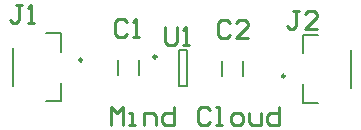
<source format=gbr>
%TF.GenerationSoftware,Altium Limited,Altium Designer,24.7.2 (38)*%
G04 Layer_Color=65535*
%FSLAX45Y45*%
%MOMM*%
%TF.SameCoordinates,9ACD2C78-16F9-471E-BE13-A41C8B7133E8*%
%TF.FilePolarity,Positive*%
%TF.FileFunction,Legend,Top*%
%TF.Part,Single*%
G01*
G75*
%TA.AperFunction,NonConductor*%
%ADD16C,0.25000*%
%ADD17C,0.20000*%
%ADD18C,0.25400*%
D16*
X1355300Y650000D02*
G03*
X1355300Y650000I-12500J0D01*
G01*
X725400Y624100D02*
G03*
X725400Y624100I-12500J0D01*
G01*
X2442500Y487500D02*
G03*
X2442500Y487500I-12500J0D01*
G01*
D17*
X1910000D02*
Y612500D01*
X2090000Y487500D02*
Y612500D01*
X1542800Y405000D02*
Y705000D01*
Y405000D02*
X1612800D01*
Y705000D01*
X1542800D02*
X1612800D01*
X1027600Y499100D02*
Y624100D01*
X1207600Y499100D02*
Y624100D01*
X422900Y849100D02*
X545400D01*
X140400Y401600D02*
Y721600D01*
X422900Y274100D02*
X545400D01*
Y431600D01*
Y691600D02*
Y849100D01*
X2597500Y262500D02*
X2720000D01*
X3002500Y390000D02*
Y710000D01*
X2597500Y837500D02*
X2720000D01*
X2597500Y680000D02*
Y837500D01*
Y262500D02*
Y420000D01*
D18*
X1425933Y906175D02*
Y779217D01*
X1451325Y753825D01*
X1502109D01*
X1527500Y779217D01*
Y906175D01*
X1578284Y753825D02*
X1629067D01*
X1603676D01*
Y906175D01*
X1578284Y880784D01*
X217500Y1093675D02*
X166716D01*
X192108D01*
Y966717D01*
X166716Y941325D01*
X141325D01*
X115933Y966717D01*
X268284Y941325D02*
X319067D01*
X293676D01*
Y1093675D01*
X268284Y1068284D01*
X970400Y70400D02*
Y222751D01*
X1021183Y171967D01*
X1071967Y222751D01*
Y70400D01*
X1122751D02*
X1173534D01*
X1148142D01*
Y171967D01*
X1122751D01*
X1249709Y70400D02*
Y171967D01*
X1325885D01*
X1351277Y146575D01*
Y70400D01*
X1503627Y222751D02*
Y70400D01*
X1427452D01*
X1402060Y95792D01*
Y146575D01*
X1427452Y171967D01*
X1503627D01*
X1808329Y197359D02*
X1782937Y222751D01*
X1732154D01*
X1706762Y197359D01*
Y95792D01*
X1732154Y70400D01*
X1782937D01*
X1808329Y95792D01*
X1859112Y70400D02*
X1909896D01*
X1884504D01*
Y222751D01*
X1859112D01*
X2011463Y70400D02*
X2062247D01*
X2087638Y95792D01*
Y146575D01*
X2062247Y171967D01*
X2011463D01*
X1986071Y146575D01*
Y95792D01*
X2011463Y70400D01*
X2138422Y171967D02*
Y95792D01*
X2163814Y70400D01*
X2239989D01*
Y171967D01*
X2392340Y222751D02*
Y70400D01*
X2316165D01*
X2290773Y95792D01*
Y146575D01*
X2316165Y171967D01*
X2392340D01*
X2562108Y1041175D02*
X2511325D01*
X2536717D01*
Y914217D01*
X2511325Y888825D01*
X2485933D01*
X2460541Y914217D01*
X2714459Y888825D02*
X2612892D01*
X2714459Y990392D01*
Y1015784D01*
X2689067Y1041175D01*
X2638284D01*
X2612892Y1015784D01*
X1979608Y933283D02*
X1954217Y958675D01*
X1903433D01*
X1878041Y933283D01*
Y831716D01*
X1903433Y806325D01*
X1954217D01*
X1979608Y831716D01*
X2131959Y806325D02*
X2030392D01*
X2131959Y907892D01*
Y933283D01*
X2106567Y958675D01*
X2055784D01*
X2030392Y933283D01*
X1107500Y948284D02*
X1082108Y973675D01*
X1031325D01*
X1005933Y948284D01*
Y846717D01*
X1031325Y821325D01*
X1082108D01*
X1107500Y846717D01*
X1158284Y821325D02*
X1209067D01*
X1183676D01*
Y973675D01*
X1158284Y948284D01*
%TF.MD5,924893dd01fc3efafab960db48d8ccc7*%
M02*

</source>
